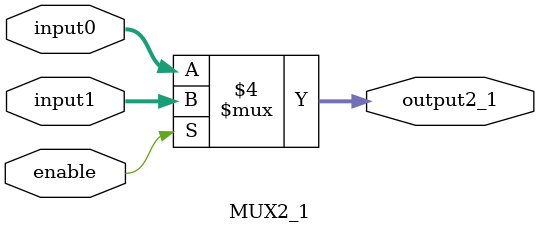
<source format=v>
module MUX2_1(
		input enable,
		input [31:0]input0, input1,
		output reg [31:0]output2_1
);
	always @ (*) begin
		if (enable == 1)
			output2_1[31:0] <= input1[31:0];
		else
			output2_1[31:0] <= input0[31:0];
		end
	
endmodule 

</source>
